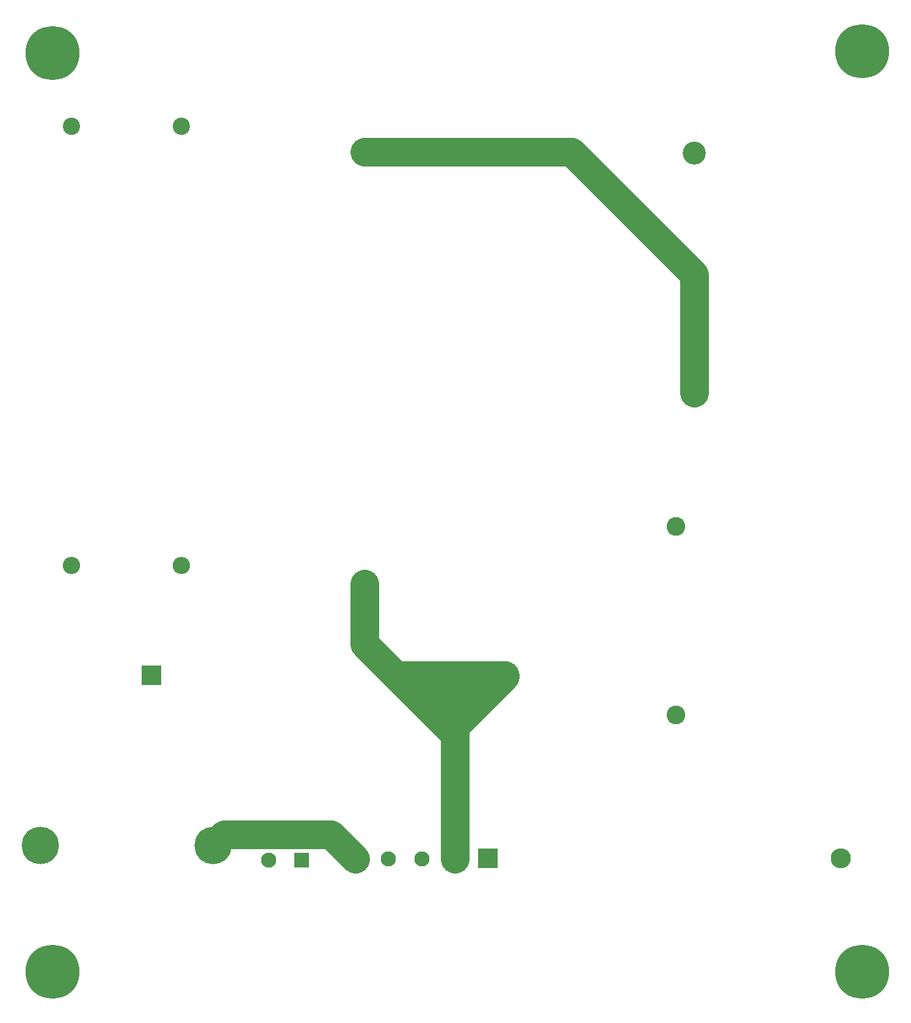
<source format=gbr>
%TF.GenerationSoftware,KiCad,Pcbnew,7.0.8-7.0.8~ubuntu20.04.1*%
%TF.CreationDate,2023-10-09T21:02:50+02:00*%
%TF.ProjectId,X-over for bookshelf-1,582d6f76-6572-4206-966f-7220626f6f6b,rev?*%
%TF.SameCoordinates,Original*%
%TF.FileFunction,Copper,L2,Bot*%
%TF.FilePolarity,Positive*%
%FSLAX46Y46*%
G04 Gerber Fmt 4.6, Leading zero omitted, Abs format (unit mm)*
G04 Created by KiCad (PCBNEW 7.0.8-7.0.8~ubuntu20.04.1) date 2023-10-09 21:02:50*
%MOMM*%
%LPD*%
G01*
G04 APERTURE LIST*
G04 Aperture macros list*
%AMRoundRect*
0 Rectangle with rounded corners*
0 $1 Rounding radius*
0 $2 $3 $4 $5 $6 $7 $8 $9 X,Y pos of 4 corners*
0 Add a 4 corners polygon primitive as box body*
4,1,4,$2,$3,$4,$5,$6,$7,$8,$9,$2,$3,0*
0 Add four circle primitives for the rounded corners*
1,1,$1+$1,$2,$3*
1,1,$1+$1,$4,$5*
1,1,$1+$1,$6,$7*
1,1,$1+$1,$8,$9*
0 Add four rect primitives between the rounded corners*
20,1,$1+$1,$2,$3,$4,$5,0*
20,1,$1+$1,$4,$5,$6,$7,0*
20,1,$1+$1,$6,$7,$8,$9,0*
20,1,$1+$1,$8,$9,$2,$3,0*%
G04 Aperture macros list end*
%TA.AperFunction,ComponentPad*%
%ADD10C,2.400000*%
%TD*%
%TA.AperFunction,ComponentPad*%
%ADD11O,2.400000X2.400000*%
%TD*%
%TA.AperFunction,ComponentPad*%
%ADD12R,2.400000X2.400000*%
%TD*%
%TA.AperFunction,ComponentPad*%
%ADD13C,7.500000*%
%TD*%
%TA.AperFunction,ComponentPad*%
%ADD14R,2.800000X2.800000*%
%TD*%
%TA.AperFunction,ComponentPad*%
%ADD15O,2.800000X2.800000*%
%TD*%
%TA.AperFunction,ComponentPad*%
%ADD16C,5.200000*%
%TD*%
%TA.AperFunction,ComponentPad*%
%ADD17C,3.200000*%
%TD*%
%TA.AperFunction,ComponentPad*%
%ADD18RoundRect,0.250001X0.799999X0.799999X-0.799999X0.799999X-0.799999X-0.799999X0.799999X-0.799999X0*%
%TD*%
%TA.AperFunction,ComponentPad*%
%ADD19C,2.100000*%
%TD*%
%TA.AperFunction,ComponentPad*%
%ADD20C,2.600000*%
%TD*%
%TA.AperFunction,Conductor*%
%ADD21C,4.000000*%
%TD*%
G04 APERTURE END LIST*
D10*
%TO.P,R1,1*%
%TO.N,Net-(L3-Pad2)*%
X66060000Y-57640000D03*
D11*
%TO.P,R1,2*%
%TO.N,Net-(J2-Pin_2)*%
X66060000Y-118600000D03*
%TD*%
D12*
%TO.P,C2,1*%
%TO.N,Net-(J2-Pin_1)*%
X91440000Y-121440000D03*
D11*
%TO.P,C2,2*%
%TO.N,Net-(C2-Pad2)*%
X91440000Y-61440000D03*
%TD*%
D13*
%TO.P,H4,1*%
%TO.N,N/C*%
X48200000Y-174940000D03*
%TD*%
%TO.P,H3,1*%
%TO.N,N/C*%
X48200000Y-47440000D03*
%TD*%
%TO.P,H1,1*%
%TO.N,N/C*%
X160440000Y-174940000D03*
%TD*%
D14*
%TO.P,C3,1*%
%TO.N,Net-(C3-Pad1)*%
X61880000Y-133840000D03*
D15*
%TO.P,C3,2*%
%TO.N,Net-(J2-Pin_1)*%
X110880000Y-133840000D03*
%TD*%
D16*
%TO.P,L1,1,1*%
%TO.N,Net-(J1-Pin_1)*%
X46490000Y-157440000D03*
%TO.P,L1,2,2*%
%TO.N,Net-(J2-Pin_4)*%
X70390000Y-157440000D03*
%TD*%
D14*
%TO.P,C1,1*%
%TO.N,Net-(J2-Pin_2)*%
X108500000Y-159240000D03*
D15*
%TO.P,C1,2*%
%TO.N,Net-(J1-Pin_1)*%
X157500000Y-159240000D03*
%TD*%
D13*
%TO.P,H2,1*%
%TO.N,N/C*%
X160440001Y-47190000D03*
%TD*%
D17*
%TO.P,L3,1,1*%
%TO.N,Net-(C2-Pad2)*%
X137180000Y-94595000D03*
%TO.P,L3,2,2*%
%TO.N,Net-(L3-Pad2)*%
X137180000Y-61325000D03*
%TD*%
D18*
%TO.P,J1,1,Pin_1*%
%TO.N,Net-(J1-Pin_1)*%
X82740001Y-159440000D03*
D19*
%TO.P,J1,2,Pin_2*%
%TO.N,Net-(J1-Pin_2)*%
X78140001Y-159440000D03*
%TD*%
D10*
%TO.P,R2,1*%
%TO.N,Net-(J1-Pin_2)*%
X50820000Y-57640000D03*
D11*
%TO.P,R2,2*%
%TO.N,Net-(C3-Pad1)*%
X50820000Y-118600000D03*
%TD*%
D18*
%TO.P,J2,1,Pin_1*%
%TO.N,Net-(J2-Pin_1)*%
X103951000Y-159297000D03*
D19*
%TO.P,J2,2,Pin_2*%
%TO.N,Net-(J2-Pin_2)*%
X99351000Y-159297000D03*
%TO.P,J2,3,Pin_3*%
X94751000Y-159297000D03*
%TO.P,J2,4,Pin_4*%
%TO.N,Net-(J2-Pin_4)*%
X90151000Y-159297000D03*
%TD*%
D20*
%TO.P,L2,1,1*%
%TO.N,Net-(J1-Pin_2)*%
X134640000Y-113140000D03*
%TO.P,L2,2,2*%
%TO.N,Net-(J2-Pin_2)*%
X134640000Y-139300000D03*
%TD*%
D21*
%TO.N,Net-(J2-Pin_1)*%
X98848000Y-136882000D02*
X105864000Y-136882000D01*
X95806000Y-133840000D02*
X93650500Y-131684500D01*
X93650500Y-131684500D02*
X103951000Y-141985000D01*
X110880000Y-133839999D02*
X95806000Y-133840000D01*
X103951000Y-144344000D02*
X103951001Y-140902000D01*
X91460000Y-129494000D02*
X93650500Y-131684500D01*
X103951000Y-144344000D02*
X103951000Y-159297000D01*
X103951000Y-141985000D02*
X103951000Y-144344000D01*
X95806000Y-133840000D02*
X98848000Y-136882000D01*
X103951001Y-140902000D02*
X110880000Y-133973001D01*
X110880000Y-133973001D02*
X110880000Y-133839999D01*
X91460000Y-121140000D02*
X91460000Y-129494000D01*
%TO.N,Net-(C2-Pad2)*%
X137180000Y-78180000D02*
X137180000Y-94595000D01*
X120140000Y-61140000D02*
X137180000Y-78180000D01*
X91460000Y-61140000D02*
X120140000Y-61140000D01*
%TO.N,Net-(J2-Pin_4)*%
X90151000Y-159297000D02*
X86744000Y-155890000D01*
X86744000Y-155890000D02*
X71940000Y-155890000D01*
X71940000Y-155890000D02*
X70390000Y-157440000D01*
%TD*%
M02*

</source>
